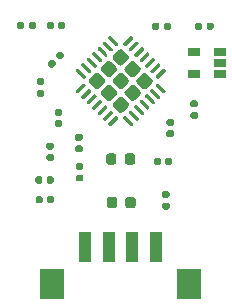
<source format=gbr>
G04 #@! TF.GenerationSoftware,KiCad,Pcbnew,5.1.9*
G04 #@! TF.CreationDate,2021-04-01T11:10:47+02:00*
G04 #@! TF.ProjectId,Y11025HL,59313130-3235-4484-9c2e-6b696361645f,rev?*
G04 #@! TF.SameCoordinates,Original*
G04 #@! TF.FileFunction,Paste,Top*
G04 #@! TF.FilePolarity,Positive*
%FSLAX45Y45*%
G04 Gerber Fmt 4.5, Leading zero omitted, Abs format (unit mm)*
G04 Created by KiCad (PCBNEW 5.1.9) date 2021-04-01 11:10:47*
%MOMM*%
%LPD*%
G01*
G04 APERTURE LIST*
%ADD10R,0.998220X2.499360*%
%ADD11R,1.998980X2.499360*%
%ADD12R,1.060000X0.650000*%
G04 APERTURE END LIST*
D10*
X10299974Y-10740000D03*
X10099822Y-10740000D03*
X9900178Y-10740000D03*
X9700026Y-10740000D03*
D11*
X10579882Y-11052166D03*
X9420118Y-11052166D03*
G36*
G01*
X10064133Y-9552996D02*
X10018878Y-9598251D01*
G75*
G02*
X9983522Y-9598251I-17678J17678D01*
G01*
X9938267Y-9552996D01*
G75*
G02*
X9938267Y-9517641I17678J17678D01*
G01*
X9983522Y-9472386D01*
G75*
G02*
X10018878Y-9472386I17678J-17678D01*
G01*
X10064133Y-9517641D01*
G75*
G02*
X10064133Y-9552996I-17678J-17678D01*
G01*
G37*
G36*
G01*
X10164542Y-9452587D02*
X10119287Y-9497842D01*
G75*
G02*
X10083932Y-9497842I-17678J17678D01*
G01*
X10038677Y-9452587D01*
G75*
G02*
X10038677Y-9417232I17678J17678D01*
G01*
X10083932Y-9371977D01*
G75*
G02*
X10119287Y-9371977I17678J-17678D01*
G01*
X10164542Y-9417232D01*
G75*
G02*
X10164542Y-9452587I-17678J-17678D01*
G01*
G37*
G36*
G01*
X10264951Y-9352178D02*
X10219696Y-9397433D01*
G75*
G02*
X10184341Y-9397433I-17678J17678D01*
G01*
X10139086Y-9352178D01*
G75*
G02*
X10139086Y-9316822I17678J17678D01*
G01*
X10184341Y-9271567D01*
G75*
G02*
X10219696Y-9271567I17678J-17678D01*
G01*
X10264951Y-9316822D01*
G75*
G02*
X10264951Y-9352178I-17678J-17678D01*
G01*
G37*
G36*
G01*
X9963723Y-9452587D02*
X9918468Y-9497842D01*
G75*
G02*
X9883113Y-9497842I-17678J17678D01*
G01*
X9837858Y-9452587D01*
G75*
G02*
X9837858Y-9417232I17678J17678D01*
G01*
X9883113Y-9371977D01*
G75*
G02*
X9918468Y-9371977I17678J-17678D01*
G01*
X9963723Y-9417232D01*
G75*
G02*
X9963723Y-9452587I-17678J-17678D01*
G01*
G37*
G36*
G01*
X10064133Y-9352178D02*
X10018878Y-9397433D01*
G75*
G02*
X9983522Y-9397433I-17678J17678D01*
G01*
X9938267Y-9352178D01*
G75*
G02*
X9938267Y-9316822I17678J17678D01*
G01*
X9983522Y-9271567D01*
G75*
G02*
X10018878Y-9271567I17678J-17678D01*
G01*
X10064133Y-9316822D01*
G75*
G02*
X10064133Y-9352178I-17678J-17678D01*
G01*
G37*
G36*
G01*
X10164542Y-9251768D02*
X10119287Y-9297023D01*
G75*
G02*
X10083932Y-9297023I-17678J17678D01*
G01*
X10038677Y-9251768D01*
G75*
G02*
X10038677Y-9216413I17678J17678D01*
G01*
X10083932Y-9171158D01*
G75*
G02*
X10119287Y-9171158I17678J-17678D01*
G01*
X10164542Y-9216413D01*
G75*
G02*
X10164542Y-9251768I-17678J-17678D01*
G01*
G37*
G36*
G01*
X9863314Y-9352178D02*
X9818059Y-9397433D01*
G75*
G02*
X9782704Y-9397433I-17678J17678D01*
G01*
X9737449Y-9352178D01*
G75*
G02*
X9737449Y-9316822I17678J17678D01*
G01*
X9782704Y-9271567D01*
G75*
G02*
X9818059Y-9271567I17678J-17678D01*
G01*
X9863314Y-9316822D01*
G75*
G02*
X9863314Y-9352178I-17678J-17678D01*
G01*
G37*
G36*
G01*
X9963723Y-9251768D02*
X9918468Y-9297023D01*
G75*
G02*
X9883113Y-9297023I-17678J17678D01*
G01*
X9837858Y-9251768D01*
G75*
G02*
X9837858Y-9216413I17678J17678D01*
G01*
X9883113Y-9171158D01*
G75*
G02*
X9918468Y-9171158I17678J-17678D01*
G01*
X9963723Y-9216413D01*
G75*
G02*
X9963723Y-9251768I-17678J-17678D01*
G01*
G37*
G36*
G01*
X10064133Y-9151359D02*
X10018878Y-9196614D01*
G75*
G02*
X9983522Y-9196614I-17678J17678D01*
G01*
X9938267Y-9151359D01*
G75*
G02*
X9938267Y-9116004I17678J17678D01*
G01*
X9983522Y-9070749D01*
G75*
G02*
X10018878Y-9070749I17678J-17678D01*
G01*
X10064133Y-9116004D01*
G75*
G02*
X10064133Y-9151359I-17678J-17678D01*
G01*
G37*
G36*
G01*
X10105498Y-9703963D02*
X10094892Y-9714570D01*
G75*
G02*
X10084285Y-9714570I-5303J5303D01*
G01*
X10022413Y-9652698D01*
G75*
G02*
X10022413Y-9642092I5303J5303D01*
G01*
X10033020Y-9631485D01*
G75*
G02*
X10043626Y-9631485I5303J-5303D01*
G01*
X10105498Y-9693357D01*
G75*
G02*
X10105498Y-9703963I-5303J-5303D01*
G01*
G37*
G36*
G01*
X10151460Y-9658001D02*
X10140854Y-9668608D01*
G75*
G02*
X10130247Y-9668608I-5303J5303D01*
G01*
X10068375Y-9606736D01*
G75*
G02*
X10068375Y-9596130I5303J5303D01*
G01*
X10078982Y-9585523D01*
G75*
G02*
X10089588Y-9585523I5303J-5303D01*
G01*
X10151460Y-9647395D01*
G75*
G02*
X10151460Y-9658001I-5303J-5303D01*
G01*
G37*
G36*
G01*
X10197422Y-9612039D02*
X10186816Y-9622646D01*
G75*
G02*
X10176209Y-9622646I-5303J5303D01*
G01*
X10114337Y-9560774D01*
G75*
G02*
X10114337Y-9550168I5303J5303D01*
G01*
X10124944Y-9539561D01*
G75*
G02*
X10135550Y-9539561I5303J-5303D01*
G01*
X10197422Y-9601433D01*
G75*
G02*
X10197422Y-9612039I-5303J-5303D01*
G01*
G37*
G36*
G01*
X10243384Y-9566077D02*
X10232777Y-9576684D01*
G75*
G02*
X10222171Y-9576684I-5303J5303D01*
G01*
X10160299Y-9514812D01*
G75*
G02*
X10160299Y-9504206I5303J5303D01*
G01*
X10170906Y-9493599D01*
G75*
G02*
X10181512Y-9493599I5303J-5303D01*
G01*
X10243384Y-9555471D01*
G75*
G02*
X10243384Y-9566077I-5303J-5303D01*
G01*
G37*
G36*
G01*
X10289346Y-9520116D02*
X10278739Y-9530722D01*
G75*
G02*
X10268133Y-9530722I-5303J5303D01*
G01*
X10206261Y-9468850D01*
G75*
G02*
X10206261Y-9458244I5303J5303D01*
G01*
X10216868Y-9447637D01*
G75*
G02*
X10227474Y-9447637I5303J-5303D01*
G01*
X10289346Y-9509509D01*
G75*
G02*
X10289346Y-9520116I-5303J-5303D01*
G01*
G37*
G36*
G01*
X10335308Y-9474154D02*
X10324701Y-9484760D01*
G75*
G02*
X10314095Y-9484760I-5303J5303D01*
G01*
X10252223Y-9422888D01*
G75*
G02*
X10252223Y-9412282I5303J5303D01*
G01*
X10262830Y-9401675D01*
G75*
G02*
X10273436Y-9401675I5303J-5303D01*
G01*
X10335308Y-9463547D01*
G75*
G02*
X10335308Y-9474154I-5303J-5303D01*
G01*
G37*
G36*
G01*
X10381270Y-9428192D02*
X10370663Y-9438798D01*
G75*
G02*
X10360057Y-9438798I-5303J5303D01*
G01*
X10298185Y-9376926D01*
G75*
G02*
X10298185Y-9366320I5303J5303D01*
G01*
X10308792Y-9355713D01*
G75*
G02*
X10319398Y-9355713I5303J-5303D01*
G01*
X10381270Y-9417585D01*
G75*
G02*
X10381270Y-9428192I-5303J-5303D01*
G01*
G37*
G36*
G01*
X10381270Y-9251415D02*
X10319398Y-9313287D01*
G75*
G02*
X10308792Y-9313287I-5303J5303D01*
G01*
X10298185Y-9302680D01*
G75*
G02*
X10298185Y-9292074I5303J5303D01*
G01*
X10360057Y-9230202D01*
G75*
G02*
X10370663Y-9230202I5303J-5303D01*
G01*
X10381270Y-9240808D01*
G75*
G02*
X10381270Y-9251415I-5303J-5303D01*
G01*
G37*
G36*
G01*
X10335308Y-9205453D02*
X10273436Y-9267325D01*
G75*
G02*
X10262830Y-9267325I-5303J5303D01*
G01*
X10252223Y-9256718D01*
G75*
G02*
X10252223Y-9246112I5303J5303D01*
G01*
X10314095Y-9184240D01*
G75*
G02*
X10324701Y-9184240I5303J-5303D01*
G01*
X10335308Y-9194846D01*
G75*
G02*
X10335308Y-9205453I-5303J-5303D01*
G01*
G37*
G36*
G01*
X10289346Y-9159491D02*
X10227474Y-9221363D01*
G75*
G02*
X10216868Y-9221363I-5303J5303D01*
G01*
X10206261Y-9210756D01*
G75*
G02*
X10206261Y-9200150I5303J5303D01*
G01*
X10268133Y-9138278D01*
G75*
G02*
X10278739Y-9138278I5303J-5303D01*
G01*
X10289346Y-9148885D01*
G75*
G02*
X10289346Y-9159491I-5303J-5303D01*
G01*
G37*
G36*
G01*
X10243384Y-9113529D02*
X10181512Y-9175401D01*
G75*
G02*
X10170906Y-9175401I-5303J5303D01*
G01*
X10160299Y-9164794D01*
G75*
G02*
X10160299Y-9154188I5303J5303D01*
G01*
X10222171Y-9092316D01*
G75*
G02*
X10232777Y-9092316I5303J-5303D01*
G01*
X10243384Y-9102923D01*
G75*
G02*
X10243384Y-9113529I-5303J-5303D01*
G01*
G37*
G36*
G01*
X10197422Y-9067567D02*
X10135550Y-9129439D01*
G75*
G02*
X10124944Y-9129439I-5303J5303D01*
G01*
X10114337Y-9118832D01*
G75*
G02*
X10114337Y-9108226I5303J5303D01*
G01*
X10176209Y-9046354D01*
G75*
G02*
X10186816Y-9046354I5303J-5303D01*
G01*
X10197422Y-9056961D01*
G75*
G02*
X10197422Y-9067567I-5303J-5303D01*
G01*
G37*
G36*
G01*
X10151460Y-9021605D02*
X10089588Y-9083477D01*
G75*
G02*
X10078982Y-9083477I-5303J5303D01*
G01*
X10068375Y-9072871D01*
G75*
G02*
X10068375Y-9062264I5303J5303D01*
G01*
X10130247Y-9000392D01*
G75*
G02*
X10140854Y-9000392I5303J-5303D01*
G01*
X10151460Y-9010999D01*
G75*
G02*
X10151460Y-9021605I-5303J-5303D01*
G01*
G37*
G36*
G01*
X10105498Y-8975643D02*
X10043626Y-9037515D01*
G75*
G02*
X10033020Y-9037515I-5303J5303D01*
G01*
X10022413Y-9026909D01*
G75*
G02*
X10022413Y-9016302I5303J5303D01*
G01*
X10084285Y-8954430D01*
G75*
G02*
X10094892Y-8954430I5303J-5303D01*
G01*
X10105498Y-8965037D01*
G75*
G02*
X10105498Y-8975643I-5303J-5303D01*
G01*
G37*
G36*
G01*
X9979987Y-9026909D02*
X9969380Y-9037515D01*
G75*
G02*
X9958774Y-9037515I-5303J5303D01*
G01*
X9896902Y-8975643D01*
G75*
G02*
X9896902Y-8965037I5303J5303D01*
G01*
X9907508Y-8954430D01*
G75*
G02*
X9918115Y-8954430I5303J-5303D01*
G01*
X9979987Y-9016302D01*
G75*
G02*
X9979987Y-9026909I-5303J-5303D01*
G01*
G37*
G36*
G01*
X9934025Y-9072871D02*
X9923418Y-9083477D01*
G75*
G02*
X9912812Y-9083477I-5303J5303D01*
G01*
X9850940Y-9021605D01*
G75*
G02*
X9850940Y-9010999I5303J5303D01*
G01*
X9861546Y-9000392D01*
G75*
G02*
X9872153Y-9000392I5303J-5303D01*
G01*
X9934025Y-9062264D01*
G75*
G02*
X9934025Y-9072871I-5303J-5303D01*
G01*
G37*
G36*
G01*
X9888063Y-9118832D02*
X9877456Y-9129439D01*
G75*
G02*
X9866850Y-9129439I-5303J5303D01*
G01*
X9804978Y-9067567D01*
G75*
G02*
X9804978Y-9056961I5303J5303D01*
G01*
X9815585Y-9046354D01*
G75*
G02*
X9826191Y-9046354I5303J-5303D01*
G01*
X9888063Y-9108226D01*
G75*
G02*
X9888063Y-9118832I-5303J-5303D01*
G01*
G37*
G36*
G01*
X9842101Y-9164794D02*
X9831494Y-9175401D01*
G75*
G02*
X9820888Y-9175401I-5303J5303D01*
G01*
X9759016Y-9113529D01*
G75*
G02*
X9759016Y-9102923I5303J5303D01*
G01*
X9769623Y-9092316D01*
G75*
G02*
X9780229Y-9092316I5303J-5303D01*
G01*
X9842101Y-9154188D01*
G75*
G02*
X9842101Y-9164794I-5303J-5303D01*
G01*
G37*
G36*
G01*
X9796139Y-9210756D02*
X9785532Y-9221363D01*
G75*
G02*
X9774926Y-9221363I-5303J5303D01*
G01*
X9713054Y-9159491D01*
G75*
G02*
X9713054Y-9148885I5303J5303D01*
G01*
X9723661Y-9138278D01*
G75*
G02*
X9734267Y-9138278I5303J-5303D01*
G01*
X9796139Y-9200150D01*
G75*
G02*
X9796139Y-9210756I-5303J-5303D01*
G01*
G37*
G36*
G01*
X9750177Y-9256718D02*
X9739571Y-9267325D01*
G75*
G02*
X9728964Y-9267325I-5303J5303D01*
G01*
X9667092Y-9205453D01*
G75*
G02*
X9667092Y-9194846I5303J5303D01*
G01*
X9677699Y-9184240D01*
G75*
G02*
X9688305Y-9184240I5303J-5303D01*
G01*
X9750177Y-9246112D01*
G75*
G02*
X9750177Y-9256718I-5303J-5303D01*
G01*
G37*
G36*
G01*
X9704215Y-9302680D02*
X9693609Y-9313287D01*
G75*
G02*
X9683002Y-9313287I-5303J5303D01*
G01*
X9621130Y-9251415D01*
G75*
G02*
X9621130Y-9240808I5303J5303D01*
G01*
X9631737Y-9230202D01*
G75*
G02*
X9642343Y-9230202I5303J-5303D01*
G01*
X9704215Y-9292074D01*
G75*
G02*
X9704215Y-9302680I-5303J-5303D01*
G01*
G37*
G36*
G01*
X9704215Y-9376926D02*
X9642343Y-9438798D01*
G75*
G02*
X9631737Y-9438798I-5303J5303D01*
G01*
X9621130Y-9428192D01*
G75*
G02*
X9621130Y-9417585I5303J5303D01*
G01*
X9683002Y-9355713D01*
G75*
G02*
X9693609Y-9355713I5303J-5303D01*
G01*
X9704215Y-9366320D01*
G75*
G02*
X9704215Y-9376926I-5303J-5303D01*
G01*
G37*
G36*
G01*
X9750177Y-9422888D02*
X9688305Y-9484760D01*
G75*
G02*
X9677699Y-9484760I-5303J5303D01*
G01*
X9667092Y-9474154D01*
G75*
G02*
X9667092Y-9463547I5303J5303D01*
G01*
X9728964Y-9401675D01*
G75*
G02*
X9739571Y-9401675I5303J-5303D01*
G01*
X9750177Y-9412282D01*
G75*
G02*
X9750177Y-9422888I-5303J-5303D01*
G01*
G37*
G36*
G01*
X9796139Y-9468850D02*
X9734267Y-9530722D01*
G75*
G02*
X9723661Y-9530722I-5303J5303D01*
G01*
X9713054Y-9520116D01*
G75*
G02*
X9713054Y-9509509I5303J5303D01*
G01*
X9774926Y-9447637D01*
G75*
G02*
X9785532Y-9447637I5303J-5303D01*
G01*
X9796139Y-9458244D01*
G75*
G02*
X9796139Y-9468850I-5303J-5303D01*
G01*
G37*
G36*
G01*
X9842101Y-9514812D02*
X9780229Y-9576684D01*
G75*
G02*
X9769623Y-9576684I-5303J5303D01*
G01*
X9759016Y-9566077D01*
G75*
G02*
X9759016Y-9555471I5303J5303D01*
G01*
X9820888Y-9493599D01*
G75*
G02*
X9831494Y-9493599I5303J-5303D01*
G01*
X9842101Y-9504206D01*
G75*
G02*
X9842101Y-9514812I-5303J-5303D01*
G01*
G37*
G36*
G01*
X9888063Y-9560774D02*
X9826191Y-9622646D01*
G75*
G02*
X9815585Y-9622646I-5303J5303D01*
G01*
X9804978Y-9612039D01*
G75*
G02*
X9804978Y-9601433I5303J5303D01*
G01*
X9866850Y-9539561D01*
G75*
G02*
X9877456Y-9539561I5303J-5303D01*
G01*
X9888063Y-9550168D01*
G75*
G02*
X9888063Y-9560774I-5303J-5303D01*
G01*
G37*
G36*
G01*
X9934025Y-9606736D02*
X9872153Y-9668608D01*
G75*
G02*
X9861546Y-9668608I-5303J5303D01*
G01*
X9850940Y-9658001D01*
G75*
G02*
X9850940Y-9647395I5303J5303D01*
G01*
X9912812Y-9585523D01*
G75*
G02*
X9923418Y-9585523I5303J-5303D01*
G01*
X9934025Y-9596130D01*
G75*
G02*
X9934025Y-9606736I-5303J-5303D01*
G01*
G37*
G36*
G01*
X9979987Y-9652698D02*
X9918115Y-9714570D01*
G75*
G02*
X9907508Y-9714570I-5303J5303D01*
G01*
X9896902Y-9703963D01*
G75*
G02*
X9896902Y-9693357I5303J5303D01*
G01*
X9958774Y-9631485D01*
G75*
G02*
X9969380Y-9631485I5303J-5303D01*
G01*
X9979987Y-9642092D01*
G75*
G02*
X9979987Y-9652698I-5303J-5303D01*
G01*
G37*
G36*
G01*
X9339050Y-9370350D02*
X9304550Y-9370350D01*
G75*
G02*
X9289800Y-9355600I0J14750D01*
G01*
X9289800Y-9326100D01*
G75*
G02*
X9304550Y-9311350I14750J0D01*
G01*
X9339050Y-9311350D01*
G75*
G02*
X9353800Y-9326100I0J-14750D01*
G01*
X9353800Y-9355600D01*
G75*
G02*
X9339050Y-9370350I-14750J0D01*
G01*
G37*
G36*
G01*
X9339050Y-9467350D02*
X9304550Y-9467350D01*
G75*
G02*
X9289800Y-9452600I0J14750D01*
G01*
X9289800Y-9423100D01*
G75*
G02*
X9304550Y-9408350I14750J0D01*
G01*
X9339050Y-9408350D01*
G75*
G02*
X9353800Y-9423100I0J-14750D01*
G01*
X9353800Y-9452600D01*
G75*
G02*
X9339050Y-9467350I-14750J0D01*
G01*
G37*
G36*
G01*
X9409653Y-9220242D02*
X9385258Y-9195847D01*
G75*
G02*
X9385258Y-9174987I10430J10430D01*
G01*
X9406118Y-9154128D01*
G75*
G02*
X9426977Y-9154128I10430J-10430D01*
G01*
X9451373Y-9178523D01*
G75*
G02*
X9451373Y-9199382I-10430J-10430D01*
G01*
X9430513Y-9220242D01*
G75*
G02*
X9409653Y-9220242I-10430J10430D01*
G01*
G37*
G36*
G01*
X9478243Y-9151653D02*
X9453848Y-9127257D01*
G75*
G02*
X9453848Y-9106398I10430J10430D01*
G01*
X9474707Y-9085538D01*
G75*
G02*
X9495567Y-9085538I10430J-10430D01*
G01*
X9519962Y-9109933D01*
G75*
G02*
X9519962Y-9130793I-10430J-10430D01*
G01*
X9499102Y-9151653D01*
G75*
G02*
X9478243Y-9151653I-10430J10430D01*
G01*
G37*
G36*
G01*
X9435600Y-10320550D02*
X9435600Y-10355050D01*
G75*
G02*
X9420850Y-10369800I-14750J0D01*
G01*
X9391350Y-10369800D01*
G75*
G02*
X9376600Y-10355050I0J14750D01*
G01*
X9376600Y-10320550D01*
G75*
G02*
X9391350Y-10305800I14750J0D01*
G01*
X9420850Y-10305800D01*
G75*
G02*
X9435600Y-10320550I0J-14750D01*
G01*
G37*
G36*
G01*
X9338600Y-10320550D02*
X9338600Y-10355050D01*
G75*
G02*
X9323850Y-10369800I-14750J0D01*
G01*
X9294350Y-10369800D01*
G75*
G02*
X9279600Y-10355050I0J14750D01*
G01*
X9279600Y-10320550D01*
G75*
G02*
X9294350Y-10305800I14750J0D01*
G01*
X9323850Y-10305800D01*
G75*
G02*
X9338600Y-10320550I0J-14750D01*
G01*
G37*
G36*
G01*
X9664170Y-9841280D02*
X9629670Y-9841280D01*
G75*
G02*
X9614920Y-9826530I0J14750D01*
G01*
X9614920Y-9797030D01*
G75*
G02*
X9629670Y-9782280I14750J0D01*
G01*
X9664170Y-9782280D01*
G75*
G02*
X9678920Y-9797030I0J-14750D01*
G01*
X9678920Y-9826530D01*
G75*
G02*
X9664170Y-9841280I-14750J0D01*
G01*
G37*
G36*
G01*
X9664170Y-9938280D02*
X9629670Y-9938280D01*
G75*
G02*
X9614920Y-9923530I0J14750D01*
G01*
X9614920Y-9894030D01*
G75*
G02*
X9629670Y-9879280I14750J0D01*
G01*
X9664170Y-9879280D01*
G75*
G02*
X9678920Y-9894030I0J-14750D01*
G01*
X9678920Y-9923530D01*
G75*
G02*
X9664170Y-9938280I-14750J0D01*
G01*
G37*
G36*
G01*
X9336850Y-10155450D02*
X9336850Y-10189950D01*
G75*
G02*
X9322100Y-10204700I-14750J0D01*
G01*
X9292600Y-10204700D01*
G75*
G02*
X9277850Y-10189950I0J14750D01*
G01*
X9277850Y-10155450D01*
G75*
G02*
X9292600Y-10140700I14750J0D01*
G01*
X9322100Y-10140700D01*
G75*
G02*
X9336850Y-10155450I0J-14750D01*
G01*
G37*
G36*
G01*
X9433850Y-10155450D02*
X9433850Y-10189950D01*
G75*
G02*
X9419100Y-10204700I-14750J0D01*
G01*
X9389600Y-10204700D01*
G75*
G02*
X9374850Y-10189950I0J14750D01*
G01*
X9374850Y-10155450D01*
G75*
G02*
X9389600Y-10140700I14750J0D01*
G01*
X9419100Y-10140700D01*
G75*
G02*
X9433850Y-10155450I0J-14750D01*
G01*
G37*
G36*
G01*
X9421600Y-10011700D02*
X9387100Y-10011700D01*
G75*
G02*
X9372350Y-9996950I0J14750D01*
G01*
X9372350Y-9967450D01*
G75*
G02*
X9387100Y-9952700I14750J0D01*
G01*
X9421600Y-9952700D01*
G75*
G02*
X9436350Y-9967450I0J-14750D01*
G01*
X9436350Y-9996950D01*
G75*
G02*
X9421600Y-10011700I-14750J0D01*
G01*
G37*
G36*
G01*
X9421600Y-9914700D02*
X9387100Y-9914700D01*
G75*
G02*
X9372350Y-9899950I0J14750D01*
G01*
X9372350Y-9870450D01*
G75*
G02*
X9387100Y-9855700I14750J0D01*
G01*
X9421600Y-9855700D01*
G75*
G02*
X9436350Y-9870450I0J-14750D01*
G01*
X9436350Y-9899950D01*
G75*
G02*
X9421600Y-9914700I-14750J0D01*
G01*
G37*
G36*
G01*
X10268400Y-8888200D02*
X10268400Y-8853700D01*
G75*
G02*
X10283150Y-8838950I14750J0D01*
G01*
X10312650Y-8838950D01*
G75*
G02*
X10327400Y-8853700I0J-14750D01*
G01*
X10327400Y-8888200D01*
G75*
G02*
X10312650Y-8902950I-14750J0D01*
G01*
X10283150Y-8902950D01*
G75*
G02*
X10268400Y-8888200I0J14750D01*
G01*
G37*
G36*
G01*
X10365400Y-8888200D02*
X10365400Y-8853700D01*
G75*
G02*
X10380150Y-8838950I14750J0D01*
G01*
X10409650Y-8838950D01*
G75*
G02*
X10424400Y-8853700I0J-14750D01*
G01*
X10424400Y-8888200D01*
G75*
G02*
X10409650Y-8902950I-14750J0D01*
G01*
X10380150Y-8902950D01*
G75*
G02*
X10365400Y-8888200I0J14750D01*
G01*
G37*
G36*
G01*
X10630400Y-8888200D02*
X10630400Y-8853700D01*
G75*
G02*
X10645150Y-8838950I14750J0D01*
G01*
X10674650Y-8838950D01*
G75*
G02*
X10689400Y-8853700I0J-14750D01*
G01*
X10689400Y-8888200D01*
G75*
G02*
X10674650Y-8902950I-14750J0D01*
G01*
X10645150Y-8902950D01*
G75*
G02*
X10630400Y-8888200I0J14750D01*
G01*
G37*
G36*
G01*
X10727400Y-8888200D02*
X10727400Y-8853700D01*
G75*
G02*
X10742150Y-8838950I14750J0D01*
G01*
X10771650Y-8838950D01*
G75*
G02*
X10786400Y-8853700I0J-14750D01*
G01*
X10786400Y-8888200D01*
G75*
G02*
X10771650Y-8902950I-14750J0D01*
G01*
X10742150Y-8902950D01*
G75*
G02*
X10727400Y-8888200I0J14750D01*
G01*
G37*
G36*
G01*
X10403150Y-9751250D02*
X10437650Y-9751250D01*
G75*
G02*
X10452400Y-9766000I0J-14750D01*
G01*
X10452400Y-9795500D01*
G75*
G02*
X10437650Y-9810250I-14750J0D01*
G01*
X10403150Y-9810250D01*
G75*
G02*
X10388400Y-9795500I0J14750D01*
G01*
X10388400Y-9766000D01*
G75*
G02*
X10403150Y-9751250I14750J0D01*
G01*
G37*
G36*
G01*
X10403150Y-9654250D02*
X10437650Y-9654250D01*
G75*
G02*
X10452400Y-9669000I0J-14750D01*
G01*
X10452400Y-9698500D01*
G75*
G02*
X10437650Y-9713250I-14750J0D01*
G01*
X10403150Y-9713250D01*
G75*
G02*
X10388400Y-9698500I0J14750D01*
G01*
X10388400Y-9669000D01*
G75*
G02*
X10403150Y-9654250I14750J0D01*
G01*
G37*
G36*
G01*
X9125450Y-8881850D02*
X9125450Y-8847350D01*
G75*
G02*
X9140200Y-8832600I14750J0D01*
G01*
X9169700Y-8832600D01*
G75*
G02*
X9184450Y-8847350I0J-14750D01*
G01*
X9184450Y-8881850D01*
G75*
G02*
X9169700Y-8896600I-14750J0D01*
G01*
X9140200Y-8896600D01*
G75*
G02*
X9125450Y-8881850I0J14750D01*
G01*
G37*
G36*
G01*
X9222450Y-8881850D02*
X9222450Y-8847350D01*
G75*
G02*
X9237200Y-8832600I14750J0D01*
G01*
X9266700Y-8832600D01*
G75*
G02*
X9281450Y-8847350I0J-14750D01*
G01*
X9281450Y-8881850D01*
G75*
G02*
X9266700Y-8896600I-14750J0D01*
G01*
X9237200Y-8896600D01*
G75*
G02*
X9222450Y-8881850I0J14750D01*
G01*
G37*
G36*
G01*
X10040000Y-10388825D02*
X10040000Y-10337575D01*
G75*
G02*
X10061875Y-10315700I21875J0D01*
G01*
X10105625Y-10315700D01*
G75*
G02*
X10127500Y-10337575I0J-21875D01*
G01*
X10127500Y-10388825D01*
G75*
G02*
X10105625Y-10410700I-21875J0D01*
G01*
X10061875Y-10410700D01*
G75*
G02*
X10040000Y-10388825I0J21875D01*
G01*
G37*
G36*
G01*
X9882500Y-10388825D02*
X9882500Y-10337575D01*
G75*
G02*
X9904375Y-10315700I21875J0D01*
G01*
X9948125Y-10315700D01*
G75*
G02*
X9970000Y-10337575I0J-21875D01*
G01*
X9970000Y-10388825D01*
G75*
G02*
X9948125Y-10410700I-21875J0D01*
G01*
X9904375Y-10410700D01*
G75*
G02*
X9882500Y-10388825I0J21875D01*
G01*
G37*
G36*
G01*
X9877480Y-10020525D02*
X9877480Y-9969275D01*
G75*
G02*
X9899355Y-9947400I21875J0D01*
G01*
X9943105Y-9947400D01*
G75*
G02*
X9964980Y-9969275I0J-21875D01*
G01*
X9964980Y-10020525D01*
G75*
G02*
X9943105Y-10042400I-21875J0D01*
G01*
X9899355Y-10042400D01*
G75*
G02*
X9877480Y-10020525I0J21875D01*
G01*
G37*
G36*
G01*
X10034980Y-10020525D02*
X10034980Y-9969275D01*
G75*
G02*
X10056855Y-9947400I21875J0D01*
G01*
X10100605Y-9947400D01*
G75*
G02*
X10122480Y-9969275I0J-21875D01*
G01*
X10122480Y-10020525D01*
G75*
G02*
X10100605Y-10042400I-21875J0D01*
G01*
X10056855Y-10042400D01*
G75*
G02*
X10034980Y-10020525I0J21875D01*
G01*
G37*
G36*
G01*
X10640850Y-9556800D02*
X10606350Y-9556800D01*
G75*
G02*
X10591600Y-9542050I0J14750D01*
G01*
X10591600Y-9512550D01*
G75*
G02*
X10606350Y-9497800I14750J0D01*
G01*
X10640850Y-9497800D01*
G75*
G02*
X10655600Y-9512550I0J-14750D01*
G01*
X10655600Y-9542050D01*
G75*
G02*
X10640850Y-9556800I-14750J0D01*
G01*
G37*
G36*
G01*
X10640850Y-9653800D02*
X10606350Y-9653800D01*
G75*
G02*
X10591600Y-9639050I0J14750D01*
G01*
X10591600Y-9609550D01*
G75*
G02*
X10606350Y-9594800I14750J0D01*
G01*
X10640850Y-9594800D01*
G75*
G02*
X10655600Y-9609550I0J-14750D01*
G01*
X10655600Y-9639050D01*
G75*
G02*
X10640850Y-9653800I-14750J0D01*
G01*
G37*
G36*
G01*
X9491450Y-9725950D02*
X9456950Y-9725950D01*
G75*
G02*
X9442200Y-9711200I0J14750D01*
G01*
X9442200Y-9681700D01*
G75*
G02*
X9456950Y-9666950I14750J0D01*
G01*
X9491450Y-9666950D01*
G75*
G02*
X9506200Y-9681700I0J-14750D01*
G01*
X9506200Y-9711200D01*
G75*
G02*
X9491450Y-9725950I-14750J0D01*
G01*
G37*
G36*
G01*
X9491450Y-9628950D02*
X9456950Y-9628950D01*
G75*
G02*
X9442200Y-9614200I0J14750D01*
G01*
X9442200Y-9584700D01*
G75*
G02*
X9456950Y-9569950I14750J0D01*
G01*
X9491450Y-9569950D01*
G75*
G02*
X9506200Y-9584700I0J-14750D01*
G01*
X9506200Y-9614200D01*
G75*
G02*
X9491450Y-9628950I-14750J0D01*
G01*
G37*
G36*
G01*
X9471850Y-8881850D02*
X9471850Y-8847350D01*
G75*
G02*
X9486600Y-8832600I14750J0D01*
G01*
X9516100Y-8832600D01*
G75*
G02*
X9530850Y-8847350I0J-14750D01*
G01*
X9530850Y-8881850D01*
G75*
G02*
X9516100Y-8896600I-14750J0D01*
G01*
X9486600Y-8896600D01*
G75*
G02*
X9471850Y-8881850I0J14750D01*
G01*
G37*
G36*
G01*
X9374850Y-8881850D02*
X9374850Y-8847350D01*
G75*
G02*
X9389600Y-8832600I14750J0D01*
G01*
X9419100Y-8832600D01*
G75*
G02*
X9433850Y-8847350I0J-14750D01*
G01*
X9433850Y-8881850D01*
G75*
G02*
X9419100Y-8896600I-14750J0D01*
G01*
X9389600Y-8896600D01*
G75*
G02*
X9374850Y-8881850I0J14750D01*
G01*
G37*
G36*
G01*
X9634750Y-10125700D02*
X9669250Y-10125700D01*
G75*
G02*
X9684000Y-10140450I0J-14750D01*
G01*
X9684000Y-10169950D01*
G75*
G02*
X9669250Y-10184700I-14750J0D01*
G01*
X9634750Y-10184700D01*
G75*
G02*
X9620000Y-10169950I0J14750D01*
G01*
X9620000Y-10140450D01*
G75*
G02*
X9634750Y-10125700I14750J0D01*
G01*
G37*
G36*
G01*
X9634750Y-10028700D02*
X9669250Y-10028700D01*
G75*
G02*
X9684000Y-10043450I0J-14750D01*
G01*
X9684000Y-10072950D01*
G75*
G02*
X9669250Y-10087700I-14750J0D01*
G01*
X9634750Y-10087700D01*
G75*
G02*
X9620000Y-10072950I0J14750D01*
G01*
X9620000Y-10043450D01*
G75*
G02*
X9634750Y-10028700I14750J0D01*
G01*
G37*
G36*
G01*
X10399450Y-10422200D02*
X10364950Y-10422200D01*
G75*
G02*
X10350200Y-10407450I0J14750D01*
G01*
X10350200Y-10377950D01*
G75*
G02*
X10364950Y-10363200I14750J0D01*
G01*
X10399450Y-10363200D01*
G75*
G02*
X10414200Y-10377950I0J-14750D01*
G01*
X10414200Y-10407450D01*
G75*
G02*
X10399450Y-10422200I-14750J0D01*
G01*
G37*
G36*
G01*
X10399450Y-10325200D02*
X10364950Y-10325200D01*
G75*
G02*
X10350200Y-10310450I0J14750D01*
G01*
X10350200Y-10280950D01*
G75*
G02*
X10364950Y-10266200I14750J0D01*
G01*
X10399450Y-10266200D01*
G75*
G02*
X10414200Y-10280950I0J-14750D01*
G01*
X10414200Y-10310450D01*
G75*
G02*
X10399450Y-10325200I-14750J0D01*
G01*
G37*
G36*
G01*
X10437200Y-9996750D02*
X10437200Y-10031250D01*
G75*
G02*
X10422450Y-10046000I-14750J0D01*
G01*
X10392950Y-10046000D01*
G75*
G02*
X10378200Y-10031250I0J14750D01*
G01*
X10378200Y-9996750D01*
G75*
G02*
X10392950Y-9982000I14750J0D01*
G01*
X10422450Y-9982000D01*
G75*
G02*
X10437200Y-9996750I0J-14750D01*
G01*
G37*
G36*
G01*
X10340200Y-9996750D02*
X10340200Y-10031250D01*
G75*
G02*
X10325450Y-10046000I-14750J0D01*
G01*
X10295950Y-10046000D01*
G75*
G02*
X10281200Y-10031250I0J14750D01*
G01*
X10281200Y-9996750D01*
G75*
G02*
X10295950Y-9982000I14750J0D01*
G01*
X10325450Y-9982000D01*
G75*
G02*
X10340200Y-9996750I0J-14750D01*
G01*
G37*
D12*
X10841500Y-9277100D03*
X10841500Y-9182100D03*
X10841500Y-9087100D03*
X10621500Y-9087100D03*
X10621500Y-9277100D03*
M02*

</source>
